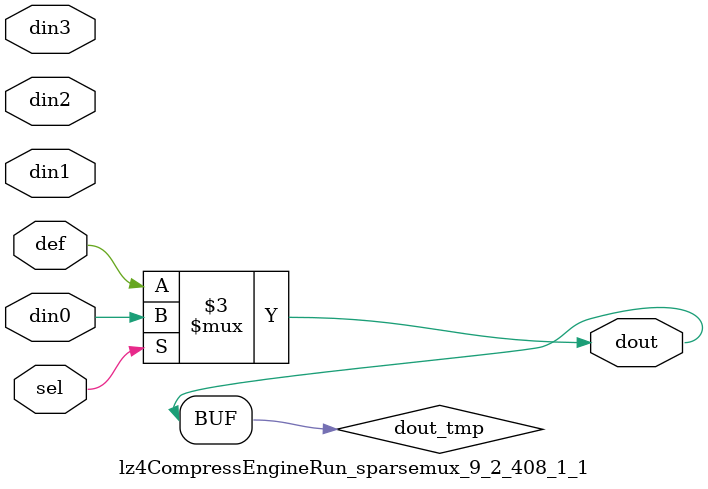
<source format=v>
`timescale 1ns / 1ps

module lz4CompressEngineRun_sparsemux_9_2_408_1_1 (din0,din1,din2,din3,def,sel,dout);

parameter din0_WIDTH = 1;

parameter din1_WIDTH = 1;

parameter din2_WIDTH = 1;

parameter din3_WIDTH = 1;

parameter def_WIDTH = 1;
parameter sel_WIDTH = 1;
parameter dout_WIDTH = 1;

parameter [sel_WIDTH-1:0] CASE0 = 1;

parameter [sel_WIDTH-1:0] CASE1 = 1;

parameter [sel_WIDTH-1:0] CASE2 = 1;

parameter [sel_WIDTH-1:0] CASE3 = 1;

parameter ID = 1;
parameter NUM_STAGE = 1;



input [din0_WIDTH-1:0] din0;

input [din1_WIDTH-1:0] din1;

input [din2_WIDTH-1:0] din2;

input [din3_WIDTH-1:0] din3;

input [def_WIDTH-1:0] def;
input [sel_WIDTH-1:0] sel;

output [dout_WIDTH-1:0] dout;



reg [dout_WIDTH-1:0] dout_tmp;


always @ (*) begin
(* parallel_case *) case (sel)
    
    CASE0 : dout_tmp = din0;
    
    CASE1 : dout_tmp = din1;
    
    CASE2 : dout_tmp = din2;
    
    CASE3 : dout_tmp = din3;
    
    default : dout_tmp = def;
endcase
end


assign dout = dout_tmp;



endmodule

</source>
